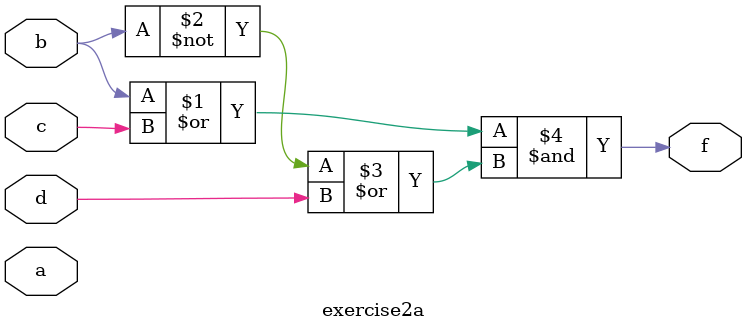
<source format=v>
module exercise2a(f, a, b, c, d);
input a, b, c, d;
output f;
assign f = (b | c) & ((~b) | d);
endmodule

</source>
